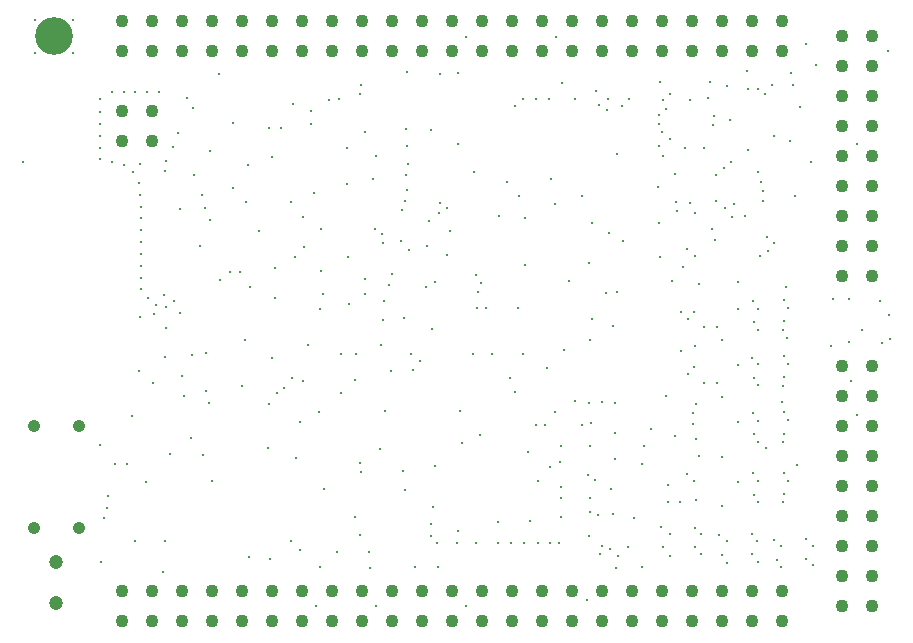
<source format=gbr>
%TF.GenerationSoftware,Altium Limited,Altium Designer,22.7.1 (60)*%
G04 Layer_Color=0*
%FSLAX45Y45*%
%MOMM*%
%TF.SameCoordinates,C880B6F6-60C4-4622-843B-A454360AD99E*%
%TF.FilePolarity,Positive*%
%TF.FileFunction,Plated,1,6,PTH,Drill*%
%TF.Part,Single*%
G01*
G75*
%TA.AperFunction,ComponentDrill*%
%ADD681C,1.10000*%
%ADD682C,1.10000*%
%ADD683C,1.05000*%
%ADD684C,3.20000*%
%ADD685C,1.20000*%
%TA.AperFunction,ViaDrill,NotFilled*%
%ADD686C,0.25000*%
D681*
X8128000Y2349500D02*
D03*
Y2095500D02*
D03*
Y1841500D02*
D03*
Y1587500D02*
D03*
Y1333500D02*
D03*
Y1079500D02*
D03*
Y825500D02*
D03*
X8382000Y2349500D02*
D03*
Y2095500D02*
D03*
Y1841500D02*
D03*
Y1587500D02*
D03*
Y1333500D02*
D03*
Y1079500D02*
D03*
Y825500D02*
D03*
X8128000Y571500D02*
D03*
Y317500D02*
D03*
X8382000Y571500D02*
D03*
Y317500D02*
D03*
X8128000Y5143500D02*
D03*
Y4889500D02*
D03*
Y4635500D02*
D03*
Y4381500D02*
D03*
Y4127500D02*
D03*
Y3873500D02*
D03*
Y3619500D02*
D03*
X8382000Y5143500D02*
D03*
Y4889500D02*
D03*
Y4635500D02*
D03*
Y4381500D02*
D03*
Y4127500D02*
D03*
Y3873500D02*
D03*
Y3619500D02*
D03*
X8128000Y3365500D02*
D03*
Y3111500D02*
D03*
X8382000Y3365500D02*
D03*
Y3111500D02*
D03*
X2286000Y4512400D02*
D03*
Y4258400D02*
D03*
X2032000Y4512400D02*
D03*
Y4258400D02*
D03*
D682*
Y190500D02*
D03*
X2286000D02*
D03*
X2540000D02*
D03*
X2794000D02*
D03*
X3048000D02*
D03*
X3302000D02*
D03*
X3556000D02*
D03*
X3810000D02*
D03*
X4064000D02*
D03*
X4318000D02*
D03*
X4572000D02*
D03*
X4826000D02*
D03*
X5080000D02*
D03*
X5334000D02*
D03*
X5588000D02*
D03*
X5842000D02*
D03*
X6096000D02*
D03*
X6350000D02*
D03*
X6604000D02*
D03*
X6858000D02*
D03*
X7112000D02*
D03*
X7366000D02*
D03*
X7620000D02*
D03*
X2032000Y444500D02*
D03*
X2286000D02*
D03*
X2540000D02*
D03*
X2794000D02*
D03*
X3048000D02*
D03*
X3302000D02*
D03*
X3556000D02*
D03*
X3810000D02*
D03*
X4064000D02*
D03*
X4318000D02*
D03*
X4572000D02*
D03*
X4826000D02*
D03*
X5080000D02*
D03*
X5334000D02*
D03*
X5588000D02*
D03*
X5842000D02*
D03*
X6096000D02*
D03*
X6350000D02*
D03*
X6604000D02*
D03*
X6858000D02*
D03*
X7112000D02*
D03*
X7366000D02*
D03*
X7620000D02*
D03*
X2032000Y5016500D02*
D03*
X2286000D02*
D03*
X2540000D02*
D03*
X2794000D02*
D03*
X3048000D02*
D03*
X3302000D02*
D03*
X3556000D02*
D03*
X3810000D02*
D03*
X4064000D02*
D03*
X4318000D02*
D03*
X4572000D02*
D03*
X4826000D02*
D03*
X5080000D02*
D03*
X5334000D02*
D03*
X5588000D02*
D03*
X5842000D02*
D03*
X6096000D02*
D03*
X6350000D02*
D03*
X6604000D02*
D03*
X6858000D02*
D03*
X7112000D02*
D03*
X7366000D02*
D03*
X7620000D02*
D03*
X2032000Y5270500D02*
D03*
X2286000D02*
D03*
X2540000D02*
D03*
X2794000D02*
D03*
X3048000D02*
D03*
X3302000D02*
D03*
X3556000D02*
D03*
X3810000D02*
D03*
X4064000D02*
D03*
X4318000D02*
D03*
X4572000D02*
D03*
X4826000D02*
D03*
X5080000D02*
D03*
X5334000D02*
D03*
X5588000D02*
D03*
X5842000D02*
D03*
X6096000D02*
D03*
X6350000D02*
D03*
X6604000D02*
D03*
X6858000D02*
D03*
X7112000D02*
D03*
X7366000D02*
D03*
X7620000D02*
D03*
D683*
X1672000Y978000D02*
D03*
X1292000D02*
D03*
X1672000Y1842000D02*
D03*
X1292000D02*
D03*
D684*
X1460500Y5143500D02*
D03*
D685*
X1480000Y695000D02*
D03*
Y345000D02*
D03*
D686*
X3870000Y4612500D02*
D03*
X4440000Y4360000D02*
D03*
X1300500Y5283500D02*
D03*
Y5003500D02*
D03*
X1620500D02*
D03*
Y5283500D02*
D03*
X4682747Y1503402D02*
D03*
X7378777Y2898539D02*
D03*
X7380069Y1441414D02*
D03*
X7377172Y1951459D02*
D03*
X7424390Y1885414D02*
D03*
X6072813Y4562155D02*
D03*
X6142404Y4518397D02*
D03*
X6050000Y4680000D02*
D03*
X6590000Y4757500D02*
D03*
X6230000Y4150000D02*
D03*
X6006513Y1867367D02*
D03*
X5873982Y2055714D02*
D03*
X6207199Y1564783D02*
D03*
X6660000Y1200000D02*
D03*
Y1340000D02*
D03*
X6019524Y2752748D02*
D03*
X6018125Y3563595D02*
D03*
X5229257Y3621307D02*
D03*
X5703323Y1959998D02*
D03*
X6721382Y3978618D02*
D03*
X6620000Y4130000D02*
D03*
X6576480Y3867338D02*
D03*
X6584488Y3564515D02*
D03*
X6900000Y1220000D02*
D03*
X7112573Y1162574D02*
D03*
X7643968Y1449224D02*
D03*
X7626205Y2047500D02*
D03*
X7628893Y2185388D02*
D03*
X7663279Y2583984D02*
D03*
X7673536Y2370298D02*
D03*
X7643968Y2439223D02*
D03*
X7660000Y3020000D02*
D03*
X7485112Y1656801D02*
D03*
X7390409Y1772427D02*
D03*
X7425123Y1705944D02*
D03*
X6760000Y1200000D02*
D03*
X6191390Y1098610D02*
D03*
X4240581Y3471270D02*
D03*
X4177817Y3512327D02*
D03*
X4250000Y3390000D02*
D03*
X6593129Y3275707D02*
D03*
X4060000Y4730000D02*
D03*
X4050000Y4650000D02*
D03*
X3790000Y4600000D02*
D03*
X4650000Y910000D02*
D03*
X4700000Y850000D02*
D03*
X4882230Y950913D02*
D03*
X4725905Y3732344D02*
D03*
X4788695Y3691326D02*
D03*
X3580000Y3360000D02*
D03*
X3640000Y4400000D02*
D03*
X8450000Y2900000D02*
D03*
X4900000Y1970000D02*
D03*
X2980000Y3860000D02*
D03*
X2640000Y4532833D02*
D03*
X6265622Y4553521D02*
D03*
X4400000Y3410000D02*
D03*
X4470147Y3335306D02*
D03*
X7159737Y4723983D02*
D03*
X7015527Y4754889D02*
D03*
X7049136Y4466648D02*
D03*
X7041126Y4389700D02*
D03*
X7540000Y4730000D02*
D03*
X7702500Y4830000D02*
D03*
X3540000Y1880000D02*
D03*
X5470000Y1620000D02*
D03*
X7672830Y1890000D02*
D03*
X7735777Y3790405D02*
D03*
X5320000Y2250000D02*
D03*
X5010000Y2450000D02*
D03*
X3470000Y3739832D02*
D03*
X2467798Y4206829D02*
D03*
X6961636Y2680880D02*
D03*
X6877625Y2338752D02*
D03*
X6962689Y2210497D02*
D03*
X6190000Y2690000D02*
D03*
X3658860Y3817500D02*
D03*
X6100000Y830000D02*
D03*
X6087112Y756116D02*
D03*
X5990000Y912500D02*
D03*
X6320000Y820000D02*
D03*
X6170000Y800000D02*
D03*
X6370000Y1060000D02*
D03*
X6435385Y647909D02*
D03*
X6220000Y640000D02*
D03*
X5040000Y2840000D02*
D03*
X4420000Y2760000D02*
D03*
X4638253Y3580186D02*
D03*
X6690750Y3072093D02*
D03*
X2508230Y4322875D02*
D03*
X6799117Y4199151D02*
D03*
X5995000Y1111661D02*
D03*
X6068787Y1090556D02*
D03*
X5750000Y1670000D02*
D03*
X5930000Y1850000D02*
D03*
X5747673Y1541987D02*
D03*
X5780000Y2486550D02*
D03*
X6101432Y2044179D02*
D03*
X4500000Y2320000D02*
D03*
X4915575Y1699320D02*
D03*
X1885752Y1064249D02*
D03*
X1910000Y1150000D02*
D03*
X5930000Y3790000D02*
D03*
X5700000Y3720000D02*
D03*
X5017432Y3989517D02*
D03*
X7747500Y1508948D02*
D03*
X7628893Y1705388D02*
D03*
X1847887Y1685174D02*
D03*
X3509606Y1573840D02*
D03*
X4649005Y1010000D02*
D03*
X7424400Y4699156D02*
D03*
X7328319Y4846500D02*
D03*
X7340000Y4700000D02*
D03*
X5822616Y3070065D02*
D03*
X6042172Y1383307D02*
D03*
X5981985Y1429921D02*
D03*
X6002174Y1673304D02*
D03*
X6440000Y1520000D02*
D03*
X6454505Y1671541D02*
D03*
X6517980Y1814520D02*
D03*
X5491177Y1038661D02*
D03*
X5220000Y1030000D02*
D03*
X5750000Y1070000D02*
D03*
X2440000Y1610000D02*
D03*
X2180000Y2310000D02*
D03*
X7418679Y2365207D02*
D03*
X7368441Y2420895D02*
D03*
X6327943Y4608869D02*
D03*
X7060000Y3420000D02*
D03*
X7030000Y3510000D02*
D03*
X6890000Y3650000D02*
D03*
X7505734Y3328738D02*
D03*
X6726293Y3740410D02*
D03*
X7450000Y3910000D02*
D03*
X7460043Y3830000D02*
D03*
X7460000Y3750000D02*
D03*
X7314082Y3623987D02*
D03*
X7068166Y3969168D02*
D03*
X7220000Y3720000D02*
D03*
X7200000Y3610000D02*
D03*
X7418758Y3994981D02*
D03*
X7870000Y4080000D02*
D03*
X8524822Y5021488D02*
D03*
X7140000Y3690000D02*
D03*
X8467629Y2543086D02*
D03*
X7560000Y3390000D02*
D03*
X8060000Y2920000D02*
D03*
X8301041Y2657970D02*
D03*
X7500000Y3440000D02*
D03*
X7643968Y2909224D02*
D03*
X7673536Y2840298D02*
D03*
X8191820Y2549928D02*
D03*
X8039342Y2519342D02*
D03*
X8542436Y2581621D02*
D03*
X6890000Y3280000D02*
D03*
X7440000D02*
D03*
X6843692Y3732214D02*
D03*
X7130000Y4030000D02*
D03*
X7190000Y4080000D02*
D03*
X7068432Y3750256D02*
D03*
X6280000Y3410000D02*
D03*
X6160000Y3480000D02*
D03*
X6738605Y3663204D02*
D03*
X6820000Y3340000D02*
D03*
X5672500Y3935000D02*
D03*
X6790000Y3190000D02*
D03*
X7691319Y4259599D02*
D03*
X7425122Y2655943D02*
D03*
X7628893Y2655388D02*
D03*
X8210573Y2225834D02*
D03*
X8260000Y1940000D02*
D03*
X5995000Y1233190D02*
D03*
X5750000Y1230000D02*
D03*
X6236645Y746504D02*
D03*
X5636720Y2335000D02*
D03*
X5430000Y2450000D02*
D03*
X5540000Y1850000D02*
D03*
X5620000D02*
D03*
X5447500Y3601930D02*
D03*
Y3206821D02*
D03*
X4010002Y1070000D02*
D03*
X6830382Y2280300D02*
D03*
X6174016Y1307610D02*
D03*
X6640000Y2100000D02*
D03*
X6899999Y2029926D02*
D03*
X6870000Y1950000D02*
D03*
X6206205Y1780278D02*
D03*
X6210000Y2040000D02*
D03*
X6600184Y990000D02*
D03*
X6582500Y4400000D02*
D03*
Y4210000D02*
D03*
Y4480000D02*
D03*
X5870000Y4610000D02*
D03*
X6150000D02*
D03*
X6720000Y1760000D02*
D03*
X5992500Y2040000D02*
D03*
X5750000Y1330000D02*
D03*
X5660000Y1500000D02*
D03*
X6889999Y2520500D02*
D03*
X7250000Y3060000D02*
D03*
X6610000Y4330000D02*
D03*
X6870000Y1860000D02*
D03*
X7560000Y4300000D02*
D03*
X6770000Y2810000D02*
D03*
X7340000Y4180000D02*
D03*
X7641590Y2259305D02*
D03*
X6920000Y1590000D02*
D03*
X7090000Y920000D02*
D03*
X6620000Y820000D02*
D03*
X8260000Y4230000D02*
D03*
X6000000Y2570002D02*
D03*
X6227500Y2974850D02*
D03*
X4870000Y850000D02*
D03*
X6844999Y4605000D02*
D03*
X5970000Y370000D02*
D03*
X5030000Y850000D02*
D03*
X5558495Y1379465D02*
D03*
X6960000Y4200000D02*
D03*
X7415000Y870298D02*
D03*
X7424390Y1375413D02*
D03*
X6886967Y983033D02*
D03*
X6940000Y930000D02*
D03*
Y760000D02*
D03*
X7417877Y692123D02*
D03*
X7371590Y759305D02*
D03*
X7890000Y670000D02*
D03*
X7831590Y719305D02*
D03*
X7830000Y890000D02*
D03*
X7890000Y830298D02*
D03*
X7369857Y930190D02*
D03*
X2870000Y3080000D02*
D03*
X2530000Y2800000D02*
D03*
X3031317Y3150000D02*
D03*
X3500000Y3270000D02*
D03*
X4670000Y1160000D02*
D03*
X2950000Y3150000D02*
D03*
X3330658Y2930659D02*
D03*
X4250000Y2740000D02*
D03*
X4660000Y2660000D02*
D03*
X5390000Y2840000D02*
D03*
X5992085Y3221698D02*
D03*
X2308692Y2793662D02*
D03*
X2410000Y2670000D02*
D03*
X2400000Y2430000D02*
D03*
X3540000Y790000D02*
D03*
X3470000Y870000D02*
D03*
X6674390Y925413D02*
D03*
X6891590Y819305D02*
D03*
X7155123Y685944D02*
D03*
X7615123Y645943D02*
D03*
X6879999Y1380000D02*
D03*
X6820000Y1440000D02*
D03*
X6770000Y2480000D02*
D03*
X7118163Y1582361D02*
D03*
X7112573Y2087426D02*
D03*
X7118163Y2572361D02*
D03*
X6919874Y3043824D02*
D03*
X7120409Y752426D02*
D03*
X7154390Y865413D02*
D03*
X6675123Y745943D02*
D03*
X7580409Y712426D02*
D03*
X7558441Y880895D02*
D03*
X7614390Y825413D02*
D03*
X7641589Y2729305D02*
D03*
X7390409Y2722426D02*
D03*
X7424390Y2835413D02*
D03*
X7253733Y2830000D02*
D03*
X7069999Y2680001D02*
D03*
X6830382Y2750300D02*
D03*
X6877625Y2808752D02*
D03*
X7069999Y2210001D02*
D03*
X7390409Y2252426D02*
D03*
X7425123Y2185943D02*
D03*
X7253733Y2360000D02*
D03*
X7641590Y1779306D02*
D03*
X7643968Y1959224D02*
D03*
X7628893Y1195388D02*
D03*
X7641590Y1269305D02*
D03*
X7673536Y1380298D02*
D03*
X6900000Y1730000D02*
D03*
X7253733Y1880001D02*
D03*
Y1370000D02*
D03*
X7390409Y1262426D02*
D03*
X7425123Y1195944D02*
D03*
X5740000Y850000D02*
D03*
X5116260Y2841998D02*
D03*
X5165000Y2450000D02*
D03*
X4710658Y650658D02*
D03*
X3712176Y646743D02*
D03*
X4140000Y642500D02*
D03*
X4130000Y780000D02*
D03*
X3860000D02*
D03*
X4050000Y920000D02*
D03*
X2560000Y2100000D02*
D03*
X3100000Y4050000D02*
D03*
X5073717Y3051151D02*
D03*
X5050000Y2980000D02*
D03*
X5030000Y3120000D02*
D03*
X4790000Y3290000D02*
D03*
X3610000Y2530000D02*
D03*
X3890000Y2450000D02*
D03*
X4020000D02*
D03*
X4230000Y2530000D02*
D03*
X4310000Y2309998D02*
D03*
X4610000Y3020000D02*
D03*
X4430000Y1300000D02*
D03*
X4251747Y2897500D02*
D03*
X6134119Y2970000D02*
D03*
X5400000Y3790000D02*
D03*
X5296038Y3910717D02*
D03*
X4880000Y4230000D02*
D03*
X5650001Y4609998D02*
D03*
X4655412Y4350000D02*
D03*
X4720000Y3650000D02*
D03*
X4810000Y3490000D02*
D03*
X4685114Y3064220D02*
D03*
X4410000Y3670000D02*
D03*
X8533671Y2778866D02*
D03*
X3270000Y1660000D02*
D03*
X5220000Y850000D02*
D03*
X5330000D02*
D03*
X5440000D02*
D03*
X5560000D02*
D03*
X5660000D02*
D03*
X4190000Y4130000D02*
D03*
X5360000Y2130000D02*
D03*
X5070000Y1770000D02*
D03*
X3200000Y3490000D02*
D03*
X2700000Y3370000D02*
D03*
X3077352Y2569393D02*
D03*
X3330000Y3180000D02*
D03*
X3750432Y1306337D02*
D03*
X7481743Y4650021D02*
D03*
X4010000Y2230000D02*
D03*
X3570000Y2220000D02*
D03*
X3710000Y2830000D02*
D03*
X4090000Y2960000D02*
D03*
X2190000Y2770000D02*
D03*
X4419412Y1459077D02*
D03*
X2720000Y1600000D02*
D03*
X3408565Y2166852D02*
D03*
X3350000Y2120000D02*
D03*
X4050000Y1530000D02*
D03*
X3290000Y720000D02*
D03*
X4520000Y650000D02*
D03*
X2150000Y870000D02*
D03*
X1860000Y690000D02*
D03*
X2400000Y870000D02*
D03*
X2380000Y610000D02*
D03*
X2120000Y1930000D02*
D03*
X1980000Y1523734D02*
D03*
X2080000Y1520000D02*
D03*
X1913791Y1250948D02*
D03*
X4220000Y1650000D02*
D03*
X3471666Y2250967D02*
D03*
X3700000Y1960000D02*
D03*
X3960000Y2880000D02*
D03*
X3739998Y2959999D02*
D03*
X2977500Y4407500D02*
D03*
X2710659Y3800659D02*
D03*
X2740000Y3690000D02*
D03*
X3090000Y3740000D02*
D03*
X2780000Y3590000D02*
D03*
X3570000Y3610000D02*
D03*
X4090000Y4330000D02*
D03*
X2780000Y4170000D02*
D03*
X3380000Y4370000D02*
D03*
X3720000Y3510000D02*
D03*
X3310000Y4120000D02*
D03*
X2769342Y2040661D02*
D03*
X2240000Y1370000D02*
D03*
X2410000Y2850000D02*
D03*
X2800000Y1380000D02*
D03*
X2620000Y1740000D02*
D03*
X2630000Y2440000D02*
D03*
X3110000Y730000D02*
D03*
X2540000Y2270000D02*
D03*
X3050000Y2180000D02*
D03*
X3310000Y2420000D02*
D03*
X3940000Y3890000D02*
D03*
Y4200000D02*
D03*
X5760000Y4750000D02*
D03*
X3950000Y3270000D02*
D03*
X3890000Y2120000D02*
D03*
X4060000Y1450000D02*
D03*
X4880000Y4830000D02*
D03*
X1200000Y4080000D02*
D03*
X2860000Y4820000D02*
D03*
X5360000Y4550000D02*
D03*
X4730000Y4820000D02*
D03*
X3480000Y4570000D02*
D03*
X4260000Y1970000D02*
D03*
X7910000Y4900000D02*
D03*
X7772455Y4541138D02*
D03*
X7720000Y4730000D02*
D03*
X7184135Y4430000D02*
D03*
X7830000Y5080000D02*
D03*
X7000000Y4617500D02*
D03*
X6680000Y4657500D02*
D03*
X4620000Y3370000D02*
D03*
X4450000Y4840000D02*
D03*
X8188000Y2914999D02*
D03*
X6641771Y4528229D02*
D03*
X6675815Y4271571D02*
D03*
X6620000Y4600000D02*
D03*
X3639998Y4509999D02*
D03*
X5430002Y4609998D02*
D03*
X2750002Y2140001D02*
D03*
X2389998Y2949999D02*
D03*
X4429999Y3750000D02*
D03*
X4952487Y5137236D02*
D03*
X5710469Y5139578D02*
D03*
X5540817Y4609998D02*
D03*
X4480001Y2449998D02*
D03*
X4560001Y2389998D02*
D03*
X4440001Y3970000D02*
D03*
X3121355Y3019999D02*
D03*
X2300575Y2211070D02*
D03*
X4300002Y3039999D02*
D03*
X4460001Y4060002D02*
D03*
X4160002Y3930000D02*
D03*
X4092499Y3090001D02*
D03*
X2320000Y2870000D02*
D03*
X2260000Y2930000D02*
D03*
X2480000Y2900000D02*
D03*
X2750002Y2460000D02*
D03*
X3679998Y319999D02*
D03*
X4189999D02*
D03*
X2200001Y3199999D02*
D03*
Y2999999D02*
D03*
Y3099999D02*
D03*
Y3299998D02*
D03*
Y3399998D02*
D03*
X2180001Y3900002D02*
D03*
X2200001Y3699998D02*
D03*
X2189998Y3800003D02*
D03*
X2049998Y4050000D02*
D03*
X1949999Y4080002D02*
D03*
X2129998Y3990000D02*
D03*
X2190000Y4060000D02*
D03*
X2200001Y3599998D02*
D03*
Y3499998D02*
D03*
X2530000Y3680000D02*
D03*
X2400000Y4000002D02*
D03*
X2650002Y3970000D02*
D03*
X1950000Y4670000D02*
D03*
X1849999Y4400001D02*
D03*
Y4500001D02*
D03*
X1850000Y4610000D02*
D03*
X1849999Y4300002D02*
D03*
Y4100002D02*
D03*
Y4200002D02*
D03*
X2050001Y4670000D02*
D03*
X2405305Y4087301D02*
D03*
X2590002Y4620001D02*
D03*
X2250000Y4670000D02*
D03*
X2150001D02*
D03*
X2350000D02*
D03*
X3279999Y4369999D02*
D03*
X3719998Y3156915D02*
D03*
X4949998Y319999D02*
D03*
X4453077Y4211808D02*
D03*
X4320002Y3130001D02*
D03*
X3279308Y2029998D02*
D03*
X4450659Y3840658D02*
D03*
%TF.MD5,7808b1afa66590788473e0746a42b0ef*%
M02*

</source>
